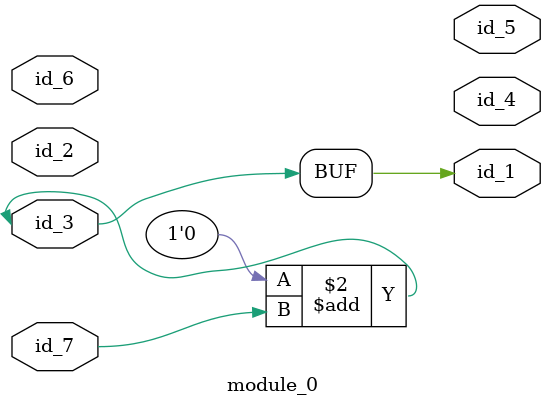
<source format=v>
module module_0 (
    id_1,
    id_2,
    id_3,
    id_4,
    id_5,
    id_6,
    id_7
);
  input id_7;
  inout id_6;
  output id_5;
  output id_4;
  inout id_3;
  inout id_2;
  output id_1;
  assign id_1 = id_3;
  always @(!id_3) begin
    id_3 = 1'b0 + id_7;
  end
endmodule

</source>
